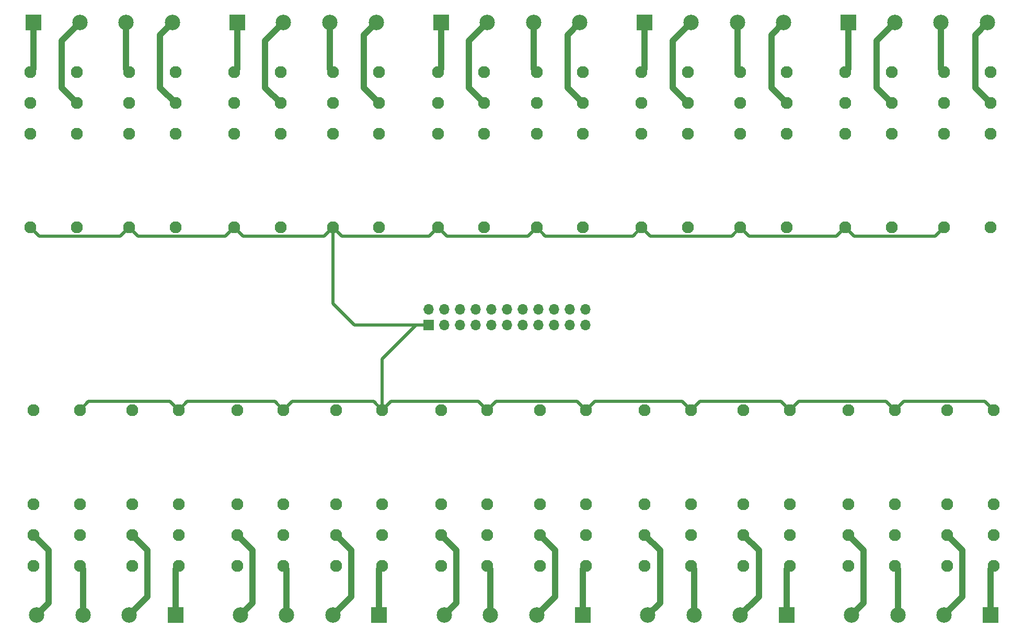
<source format=gbr>
%TF.GenerationSoftware,KiCad,Pcbnew,(5.1.6)-1*%
%TF.CreationDate,2020-09-13T22:12:45+02:00*%
%TF.ProjectId,boneIO - relay board,626f6e65-494f-4202-9d20-72656c617920,rev?*%
%TF.SameCoordinates,Original*%
%TF.FileFunction,Copper,L2,Bot*%
%TF.FilePolarity,Positive*%
%FSLAX46Y46*%
G04 Gerber Fmt 4.6, Leading zero omitted, Abs format (unit mm)*
G04 Created by KiCad (PCBNEW (5.1.6)-1) date 2020-09-13 22:12:46*
%MOMM*%
%LPD*%
G01*
G04 APERTURE LIST*
%TA.AperFunction,ComponentPad*%
%ADD10C,1.950000*%
%TD*%
%TA.AperFunction,ComponentPad*%
%ADD11R,1.700000X1.700000*%
%TD*%
%TA.AperFunction,ComponentPad*%
%ADD12O,1.700000X1.700000*%
%TD*%
%TA.AperFunction,ComponentPad*%
%ADD13R,2.500000X2.500000*%
%TD*%
%TA.AperFunction,ComponentPad*%
%ADD14C,2.500000*%
%TD*%
%TA.AperFunction,Conductor*%
%ADD15C,0.500000*%
%TD*%
%TA.AperFunction,Conductor*%
%ADD16C,1.000000*%
%TD*%
G04 APERTURE END LIST*
D10*
%TO.P,K1,A2*%
%TO.N,+5V*%
X302640000Y-329508000D03*
%TO.P,K1,A1*%
%TO.N,Net-(D1-Pad2)*%
X295140000Y-329508000D03*
%TO.P,K1,24*%
%TO.N,Net-(J1-Pad3)*%
X302640000Y-354708000D03*
%TO.P,K1,22*%
%TO.N,Net-(K1-Pad22)*%
X302640000Y-344708000D03*
%TO.P,K1,21*%
%TO.N,Net-(K1-Pad21)*%
X302640000Y-349708000D03*
%TO.P,K1,14*%
%TO.N,Net-(K1-Pad14)*%
X295140000Y-354708000D03*
%TO.P,K1,12*%
%TO.N,Net-(K1-Pad12)*%
X295140000Y-344708000D03*
%TO.P,K1,11*%
%TO.N,Net-(J1-Pad4)*%
X295140000Y-349708000D03*
%TD*%
%TO.P,K5,A2*%
%TO.N,+5V*%
X368640000Y-329508000D03*
%TO.P,K5,A1*%
%TO.N,Net-(D5-Pad2)*%
X361140000Y-329508000D03*
%TO.P,K5,24*%
%TO.N,Net-(J3-Pad3)*%
X368640000Y-354708000D03*
%TO.P,K5,22*%
%TO.N,Net-(K5-Pad22)*%
X368640000Y-344708000D03*
%TO.P,K5,21*%
%TO.N,Net-(K5-Pad21)*%
X368640000Y-349708000D03*
%TO.P,K5,14*%
%TO.N,Net-(K5-Pad14)*%
X361140000Y-354708000D03*
%TO.P,K5,12*%
%TO.N,Net-(K5-Pad12)*%
X361140000Y-344708000D03*
%TO.P,K5,11*%
%TO.N,Net-(J3-Pad4)*%
X361140000Y-349708000D03*
%TD*%
%TO.P,K2,11*%
%TO.N,Net-(J1-Pad2)*%
X311140000Y-349708000D03*
%TO.P,K2,12*%
%TO.N,Net-(K2-Pad12)*%
X311140000Y-344708000D03*
%TO.P,K2,14*%
%TO.N,Net-(K2-Pad14)*%
X311140000Y-354708000D03*
%TO.P,K2,21*%
%TO.N,Net-(K2-Pad21)*%
X318640000Y-349708000D03*
%TO.P,K2,22*%
%TO.N,Net-(K2-Pad22)*%
X318640000Y-344708000D03*
%TO.P,K2,24*%
%TO.N,Net-(J1-Pad1)*%
X318640000Y-354708000D03*
%TO.P,K2,A1*%
%TO.N,Net-(D2-Pad2)*%
X311140000Y-329508000D03*
%TO.P,K2,A2*%
%TO.N,+5V*%
X318640000Y-329508000D03*
%TD*%
%TO.P,K3,A2*%
%TO.N,+5V*%
X335640000Y-329508000D03*
%TO.P,K3,A1*%
%TO.N,Net-(D3-Pad2)*%
X328140000Y-329508000D03*
%TO.P,K3,24*%
%TO.N,Net-(J2-Pad3)*%
X335640000Y-354708000D03*
%TO.P,K3,22*%
%TO.N,Net-(K3-Pad22)*%
X335640000Y-344708000D03*
%TO.P,K3,21*%
%TO.N,Net-(K3-Pad21)*%
X335640000Y-349708000D03*
%TO.P,K3,14*%
%TO.N,Net-(K3-Pad14)*%
X328140000Y-354708000D03*
%TO.P,K3,12*%
%TO.N,Net-(K3-Pad12)*%
X328140000Y-344708000D03*
%TO.P,K3,11*%
%TO.N,Net-(J2-Pad4)*%
X328140000Y-349708000D03*
%TD*%
%TO.P,K4,A2*%
%TO.N,+5V*%
X351640000Y-329508000D03*
%TO.P,K4,A1*%
%TO.N,Net-(D4-Pad2)*%
X344140000Y-329508000D03*
%TO.P,K4,24*%
%TO.N,Net-(J2-Pad1)*%
X351640000Y-354708000D03*
%TO.P,K4,22*%
%TO.N,Net-(K4-Pad22)*%
X351640000Y-344708000D03*
%TO.P,K4,21*%
%TO.N,Net-(K4-Pad21)*%
X351640000Y-349708000D03*
%TO.P,K4,14*%
%TO.N,Net-(K4-Pad14)*%
X344140000Y-354708000D03*
%TO.P,K4,12*%
%TO.N,Net-(K4-Pad12)*%
X344140000Y-344708000D03*
%TO.P,K4,11*%
%TO.N,Net-(J2-Pad2)*%
X344140000Y-349708000D03*
%TD*%
%TO.P,K6,A2*%
%TO.N,+5V*%
X384640000Y-329508000D03*
%TO.P,K6,A1*%
%TO.N,Net-(D6-Pad2)*%
X377140000Y-329508000D03*
%TO.P,K6,24*%
%TO.N,Net-(J3-Pad1)*%
X384640000Y-354708000D03*
%TO.P,K6,22*%
%TO.N,Net-(K6-Pad22)*%
X384640000Y-344708000D03*
%TO.P,K6,21*%
%TO.N,Net-(K6-Pad21)*%
X384640000Y-349708000D03*
%TO.P,K6,14*%
%TO.N,Net-(K6-Pad14)*%
X377140000Y-354708000D03*
%TO.P,K6,12*%
%TO.N,Net-(K6-Pad12)*%
X377140000Y-344708000D03*
%TO.P,K6,11*%
%TO.N,Net-(J3-Pad2)*%
X377140000Y-349708000D03*
%TD*%
%TO.P,K7,11*%
%TO.N,Net-(J4-Pad4)*%
X394140000Y-349708000D03*
%TO.P,K7,12*%
%TO.N,Net-(K7-Pad12)*%
X394140000Y-344708000D03*
%TO.P,K7,14*%
%TO.N,Net-(K7-Pad14)*%
X394140000Y-354708000D03*
%TO.P,K7,21*%
%TO.N,Net-(K7-Pad21)*%
X401640000Y-349708000D03*
%TO.P,K7,22*%
%TO.N,Net-(K7-Pad22)*%
X401640000Y-344708000D03*
%TO.P,K7,24*%
%TO.N,Net-(J4-Pad3)*%
X401640000Y-354708000D03*
%TO.P,K7,A1*%
%TO.N,Net-(D7-Pad2)*%
X394140000Y-329508000D03*
%TO.P,K7,A2*%
%TO.N,+5V*%
X401640000Y-329508000D03*
%TD*%
%TO.P,K8,11*%
%TO.N,Net-(J4-Pad2)*%
X410140000Y-349708000D03*
%TO.P,K8,12*%
%TO.N,Net-(K8-Pad12)*%
X410140000Y-344708000D03*
%TO.P,K8,14*%
%TO.N,Net-(K8-Pad14)*%
X410140000Y-354708000D03*
%TO.P,K8,21*%
%TO.N,Net-(K8-Pad21)*%
X417640000Y-349708000D03*
%TO.P,K8,22*%
%TO.N,Net-(K8-Pad22)*%
X417640000Y-344708000D03*
%TO.P,K8,24*%
%TO.N,Net-(J4-Pad1)*%
X417640000Y-354708000D03*
%TO.P,K8,A1*%
%TO.N,Net-(D8-Pad2)*%
X410140000Y-329508000D03*
%TO.P,K8,A2*%
%TO.N,+5V*%
X417640000Y-329508000D03*
%TD*%
%TO.P,K10,11*%
%TO.N,Net-(J5-Pad2)*%
X443140000Y-349708000D03*
%TO.P,K10,12*%
%TO.N,Net-(K10-Pad12)*%
X443140000Y-344708000D03*
%TO.P,K10,14*%
%TO.N,Net-(K10-Pad14)*%
X443140000Y-354708000D03*
%TO.P,K10,21*%
%TO.N,Net-(K10-Pad21)*%
X450640000Y-349708000D03*
%TO.P,K10,22*%
%TO.N,Net-(K10-Pad22)*%
X450640000Y-344708000D03*
%TO.P,K10,24*%
%TO.N,Net-(J5-Pad1)*%
X450640000Y-354708000D03*
%TO.P,K10,A1*%
%TO.N,Net-(D10-Pad2)*%
X443140000Y-329508000D03*
%TO.P,K10,A2*%
%TO.N,+5V*%
X450640000Y-329508000D03*
%TD*%
%TO.P,K9,11*%
%TO.N,Net-(J5-Pad4)*%
X427140000Y-349708000D03*
%TO.P,K9,12*%
%TO.N,Net-(K9-Pad12)*%
X427140000Y-344708000D03*
%TO.P,K9,14*%
%TO.N,Net-(K9-Pad14)*%
X427140000Y-354708000D03*
%TO.P,K9,21*%
%TO.N,Net-(K9-Pad21)*%
X434640000Y-349708000D03*
%TO.P,K9,22*%
%TO.N,Net-(K9-Pad22)*%
X434640000Y-344708000D03*
%TO.P,K9,24*%
%TO.N,Net-(J5-Pad3)*%
X434640000Y-354708000D03*
%TO.P,K9,A1*%
%TO.N,Net-(D9-Pad2)*%
X427140000Y-329508000D03*
%TO.P,K9,A2*%
%TO.N,+5V*%
X434640000Y-329508000D03*
%TD*%
%TO.P,K19,A2*%
%TO.N,+5V*%
X426640000Y-299908000D03*
%TO.P,K19,A1*%
%TO.N,Net-(D19-Pad2)*%
X434140000Y-299908000D03*
%TO.P,K19,24*%
%TO.N,Net-(J11-Pad1)*%
X426640000Y-274708000D03*
%TO.P,K19,22*%
%TO.N,Net-(K19-Pad22)*%
X426640000Y-284708000D03*
%TO.P,K19,21*%
%TO.N,Net-(K19-Pad21)*%
X426640000Y-279708000D03*
%TO.P,K19,14*%
%TO.N,Net-(K19-Pad14)*%
X434140000Y-274708000D03*
%TO.P,K19,12*%
%TO.N,Net-(K19-Pad12)*%
X434140000Y-284708000D03*
%TO.P,K19,11*%
%TO.N,Net-(J11-Pad2)*%
X434140000Y-279708000D03*
%TD*%
%TO.P,K13,A2*%
%TO.N,+5V*%
X327640000Y-299908000D03*
%TO.P,K13,A1*%
%TO.N,Net-(D13-Pad2)*%
X335140000Y-299908000D03*
%TO.P,K13,24*%
%TO.N,Net-(J8-Pad1)*%
X327640000Y-274708000D03*
%TO.P,K13,22*%
%TO.N,Net-(K13-Pad22)*%
X327640000Y-284708000D03*
%TO.P,K13,21*%
%TO.N,Net-(K13-Pad21)*%
X327640000Y-279708000D03*
%TO.P,K13,14*%
%TO.N,Net-(K13-Pad14)*%
X335140000Y-274708000D03*
%TO.P,K13,12*%
%TO.N,Net-(K13-Pad12)*%
X335140000Y-284708000D03*
%TO.P,K13,11*%
%TO.N,Net-(J8-Pad2)*%
X335140000Y-279708000D03*
%TD*%
D11*
%TO.P,J6,1*%
%TO.N,+5V*%
X359140000Y-315708000D03*
D12*
%TO.P,J6,2*%
%TO.N,GND*%
X359140000Y-313168000D03*
%TO.P,J6,3*%
%TO.N,Net-(J6-Pad3)*%
X361680000Y-315708000D03*
%TO.P,J6,4*%
%TO.N,Net-(J6-Pad4)*%
X361680000Y-313168000D03*
%TO.P,J6,5*%
%TO.N,Net-(J6-Pad5)*%
X364220000Y-315708000D03*
%TO.P,J6,6*%
%TO.N,Net-(J6-Pad6)*%
X364220000Y-313168000D03*
%TO.P,J6,7*%
%TO.N,Net-(J6-Pad7)*%
X366760000Y-315708000D03*
%TO.P,J6,8*%
%TO.N,Net-(J6-Pad8)*%
X366760000Y-313168000D03*
%TO.P,J6,9*%
%TO.N,Net-(J6-Pad9)*%
X369300000Y-315708000D03*
%TO.P,J6,10*%
%TO.N,Net-(J6-Pad10)*%
X369300000Y-313168000D03*
%TO.P,J6,11*%
%TO.N,Net-(J6-Pad11)*%
X371840000Y-315708000D03*
%TO.P,J6,12*%
%TO.N,Net-(J6-Pad12)*%
X371840000Y-313168000D03*
%TO.P,J6,13*%
%TO.N,Net-(J6-Pad13)*%
X374380000Y-315708000D03*
%TO.P,J6,14*%
%TO.N,Net-(J6-Pad14)*%
X374380000Y-313168000D03*
%TO.P,J6,15*%
%TO.N,Net-(J6-Pad15)*%
X376920000Y-315708000D03*
%TO.P,J6,16*%
%TO.N,Net-(J6-Pad16)*%
X376920000Y-313168000D03*
%TO.P,J6,17*%
%TO.N,Net-(J6-Pad17)*%
X379460000Y-315708000D03*
%TO.P,J6,18*%
%TO.N,Net-(J6-Pad18)*%
X379460000Y-313168000D03*
%TO.P,J6,19*%
%TO.N,Net-(J6-Pad19)*%
X382000000Y-315708000D03*
%TO.P,J6,20*%
%TO.N,Net-(J6-Pad20)*%
X382000000Y-313168000D03*
%TO.P,J6,21*%
%TO.N,Net-(J6-Pad21)*%
X384540000Y-315708000D03*
%TO.P,J6,22*%
%TO.N,Net-(J6-Pad22)*%
X384540000Y-313168000D03*
%TD*%
D10*
%TO.P,K11,11*%
%TO.N,Net-(J7-Pad2)*%
X302140000Y-279708000D03*
%TO.P,K11,12*%
%TO.N,Net-(K11-Pad12)*%
X302140000Y-284708000D03*
%TO.P,K11,14*%
%TO.N,Net-(K11-Pad14)*%
X302140000Y-274708000D03*
%TO.P,K11,21*%
%TO.N,Net-(K11-Pad21)*%
X294640000Y-279708000D03*
%TO.P,K11,22*%
%TO.N,Net-(K11-Pad22)*%
X294640000Y-284708000D03*
%TO.P,K11,24*%
%TO.N,Net-(J7-Pad1)*%
X294640000Y-274708000D03*
%TO.P,K11,A1*%
%TO.N,Net-(D11-Pad2)*%
X302140000Y-299908000D03*
%TO.P,K11,A2*%
%TO.N,+5V*%
X294640000Y-299908000D03*
%TD*%
%TO.P,K12,11*%
%TO.N,Net-(J7-Pad4)*%
X318140000Y-279708000D03*
%TO.P,K12,12*%
%TO.N,Net-(K12-Pad12)*%
X318140000Y-284708000D03*
%TO.P,K12,14*%
%TO.N,Net-(K12-Pad14)*%
X318140000Y-274708000D03*
%TO.P,K12,21*%
%TO.N,Net-(K12-Pad21)*%
X310640000Y-279708000D03*
%TO.P,K12,22*%
%TO.N,Net-(K12-Pad22)*%
X310640000Y-284708000D03*
%TO.P,K12,24*%
%TO.N,Net-(J7-Pad3)*%
X310640000Y-274708000D03*
%TO.P,K12,A1*%
%TO.N,Net-(D12-Pad2)*%
X318140000Y-299908000D03*
%TO.P,K12,A2*%
%TO.N,+5V*%
X310640000Y-299908000D03*
%TD*%
%TO.P,K14,A2*%
%TO.N,+5V*%
X343640000Y-299908000D03*
%TO.P,K14,A1*%
%TO.N,Net-(D14-Pad2)*%
X351140000Y-299908000D03*
%TO.P,K14,24*%
%TO.N,Net-(J8-Pad3)*%
X343640000Y-274708000D03*
%TO.P,K14,22*%
%TO.N,Net-(K14-Pad22)*%
X343640000Y-284708000D03*
%TO.P,K14,21*%
%TO.N,Net-(K14-Pad21)*%
X343640000Y-279708000D03*
%TO.P,K14,14*%
%TO.N,Net-(K14-Pad14)*%
X351140000Y-274708000D03*
%TO.P,K14,12*%
%TO.N,Net-(K14-Pad12)*%
X351140000Y-284708000D03*
%TO.P,K14,11*%
%TO.N,Net-(J8-Pad4)*%
X351140000Y-279708000D03*
%TD*%
%TO.P,K15,11*%
%TO.N,Net-(J9-Pad2)*%
X368140000Y-279708000D03*
%TO.P,K15,12*%
%TO.N,Net-(K15-Pad12)*%
X368140000Y-284708000D03*
%TO.P,K15,14*%
%TO.N,Net-(K15-Pad14)*%
X368140000Y-274708000D03*
%TO.P,K15,21*%
%TO.N,Net-(K15-Pad21)*%
X360640000Y-279708000D03*
%TO.P,K15,22*%
%TO.N,Net-(K15-Pad22)*%
X360640000Y-284708000D03*
%TO.P,K15,24*%
%TO.N,Net-(J9-Pad1)*%
X360640000Y-274708000D03*
%TO.P,K15,A1*%
%TO.N,Net-(D15-Pad2)*%
X368140000Y-299908000D03*
%TO.P,K15,A2*%
%TO.N,+5V*%
X360640000Y-299908000D03*
%TD*%
%TO.P,K16,11*%
%TO.N,Net-(J9-Pad4)*%
X384140000Y-279708000D03*
%TO.P,K16,12*%
%TO.N,Net-(K16-Pad12)*%
X384140000Y-284708000D03*
%TO.P,K16,14*%
%TO.N,Net-(K16-Pad14)*%
X384140000Y-274708000D03*
%TO.P,K16,21*%
%TO.N,Net-(K16-Pad21)*%
X376640000Y-279708000D03*
%TO.P,K16,22*%
%TO.N,Net-(K16-Pad22)*%
X376640000Y-284708000D03*
%TO.P,K16,24*%
%TO.N,Net-(J9-Pad3)*%
X376640000Y-274708000D03*
%TO.P,K16,A1*%
%TO.N,Net-(D16-Pad2)*%
X384140000Y-299908000D03*
%TO.P,K16,A2*%
%TO.N,+5V*%
X376640000Y-299908000D03*
%TD*%
%TO.P,K17,11*%
%TO.N,Net-(J10-Pad2)*%
X401140000Y-279708000D03*
%TO.P,K17,12*%
%TO.N,Net-(K17-Pad12)*%
X401140000Y-284708000D03*
%TO.P,K17,14*%
%TO.N,Net-(K17-Pad14)*%
X401140000Y-274708000D03*
%TO.P,K17,21*%
%TO.N,Net-(K17-Pad21)*%
X393640000Y-279708000D03*
%TO.P,K17,22*%
%TO.N,Net-(K17-Pad22)*%
X393640000Y-284708000D03*
%TO.P,K17,24*%
%TO.N,Net-(J10-Pad1)*%
X393640000Y-274708000D03*
%TO.P,K17,A1*%
%TO.N,Net-(D17-Pad2)*%
X401140000Y-299908000D03*
%TO.P,K17,A2*%
%TO.N,+5V*%
X393640000Y-299908000D03*
%TD*%
%TO.P,K18,A2*%
%TO.N,+5V*%
X409640000Y-299908000D03*
%TO.P,K18,A1*%
%TO.N,Net-(D18-Pad2)*%
X417140000Y-299908000D03*
%TO.P,K18,24*%
%TO.N,Net-(J10-Pad3)*%
X409640000Y-274708000D03*
%TO.P,K18,22*%
%TO.N,Net-(K18-Pad22)*%
X409640000Y-284708000D03*
%TO.P,K18,21*%
%TO.N,Net-(K18-Pad21)*%
X409640000Y-279708000D03*
%TO.P,K18,14*%
%TO.N,Net-(K18-Pad14)*%
X417140000Y-274708000D03*
%TO.P,K18,12*%
%TO.N,Net-(K18-Pad12)*%
X417140000Y-284708000D03*
%TO.P,K18,11*%
%TO.N,Net-(J10-Pad4)*%
X417140000Y-279708000D03*
%TD*%
%TO.P,K20,A2*%
%TO.N,+5V*%
X442640000Y-299908000D03*
%TO.P,K20,A1*%
%TO.N,Net-(D20-Pad2)*%
X450140000Y-299908000D03*
%TO.P,K20,24*%
%TO.N,Net-(J11-Pad3)*%
X442640000Y-274708000D03*
%TO.P,K20,22*%
%TO.N,Net-(K20-Pad22)*%
X442640000Y-284708000D03*
%TO.P,K20,21*%
%TO.N,Net-(K20-Pad21)*%
X442640000Y-279708000D03*
%TO.P,K20,14*%
%TO.N,Net-(K20-Pad14)*%
X450140000Y-274708000D03*
%TO.P,K20,12*%
%TO.N,Net-(K20-Pad12)*%
X450140000Y-284708000D03*
%TO.P,K20,11*%
%TO.N,Net-(J11-Pad4)*%
X450140000Y-279708000D03*
%TD*%
D13*
%TO.P,J1,1*%
%TO.N,Net-(J1-Pad1)*%
X318140000Y-362708000D03*
D14*
%TO.P,J1,2*%
%TO.N,Net-(J1-Pad2)*%
X310640000Y-362708000D03*
%TO.P,J1,3*%
%TO.N,Net-(J1-Pad3)*%
X303140000Y-362708000D03*
%TO.P,J1,4*%
%TO.N,Net-(J1-Pad4)*%
X295640000Y-362708000D03*
%TD*%
%TO.P,J2,4*%
%TO.N,Net-(J2-Pad4)*%
X328640000Y-362708000D03*
%TO.P,J2,3*%
%TO.N,Net-(J2-Pad3)*%
X336140000Y-362708000D03*
%TO.P,J2,2*%
%TO.N,Net-(J2-Pad2)*%
X343640000Y-362708000D03*
D13*
%TO.P,J2,1*%
%TO.N,Net-(J2-Pad1)*%
X351140000Y-362708000D03*
%TD*%
%TO.P,J3,1*%
%TO.N,Net-(J3-Pad1)*%
X384140000Y-362708000D03*
D14*
%TO.P,J3,2*%
%TO.N,Net-(J3-Pad2)*%
X376640000Y-362708000D03*
%TO.P,J3,3*%
%TO.N,Net-(J3-Pad3)*%
X369140000Y-362708000D03*
%TO.P,J3,4*%
%TO.N,Net-(J3-Pad4)*%
X361640000Y-362708000D03*
%TD*%
%TO.P,J4,4*%
%TO.N,Net-(J4-Pad4)*%
X394640000Y-362708000D03*
%TO.P,J4,3*%
%TO.N,Net-(J4-Pad3)*%
X402140000Y-362708000D03*
%TO.P,J4,2*%
%TO.N,Net-(J4-Pad2)*%
X409640000Y-362708000D03*
D13*
%TO.P,J4,1*%
%TO.N,Net-(J4-Pad1)*%
X417140000Y-362708000D03*
%TD*%
%TO.P,J5,1*%
%TO.N,Net-(J5-Pad1)*%
X450140000Y-362708000D03*
D14*
%TO.P,J5,2*%
%TO.N,Net-(J5-Pad2)*%
X442640000Y-362708000D03*
%TO.P,J5,3*%
%TO.N,Net-(J5-Pad3)*%
X435140000Y-362708000D03*
%TO.P,J5,4*%
%TO.N,Net-(J5-Pad4)*%
X427640000Y-362708000D03*
%TD*%
D13*
%TO.P,J10,1*%
%TO.N,Net-(J10-Pad1)*%
X394140000Y-266708000D03*
D14*
%TO.P,J10,2*%
%TO.N,Net-(J10-Pad2)*%
X401640000Y-266708000D03*
%TO.P,J10,3*%
%TO.N,Net-(J10-Pad3)*%
X409140000Y-266708000D03*
%TO.P,J10,4*%
%TO.N,Net-(J10-Pad4)*%
X416640000Y-266708000D03*
%TD*%
%TO.P,J11,4*%
%TO.N,Net-(J11-Pad4)*%
X449640000Y-266708000D03*
%TO.P,J11,3*%
%TO.N,Net-(J11-Pad3)*%
X442140000Y-266708000D03*
%TO.P,J11,2*%
%TO.N,Net-(J11-Pad2)*%
X434640000Y-266708000D03*
D13*
%TO.P,J11,1*%
%TO.N,Net-(J11-Pad1)*%
X427140000Y-266708000D03*
%TD*%
%TO.P,J9,1*%
%TO.N,Net-(J9-Pad1)*%
X361140000Y-266708000D03*
D14*
%TO.P,J9,2*%
%TO.N,Net-(J9-Pad2)*%
X368640000Y-266708000D03*
%TO.P,J9,3*%
%TO.N,Net-(J9-Pad3)*%
X376140000Y-266708000D03*
%TO.P,J9,4*%
%TO.N,Net-(J9-Pad4)*%
X383640000Y-266708000D03*
%TD*%
%TO.P,J8,4*%
%TO.N,Net-(J8-Pad4)*%
X350640000Y-266708000D03*
%TO.P,J8,3*%
%TO.N,Net-(J8-Pad3)*%
X343140000Y-266708000D03*
%TO.P,J8,2*%
%TO.N,Net-(J8-Pad2)*%
X335640000Y-266708000D03*
D13*
%TO.P,J8,1*%
%TO.N,Net-(J8-Pad1)*%
X328140000Y-266708000D03*
%TD*%
D14*
%TO.P,J7,4*%
%TO.N,Net-(J7-Pad4)*%
X317640000Y-266708000D03*
%TO.P,J7,3*%
%TO.N,Net-(J7-Pad3)*%
X310140000Y-266708000D03*
%TO.P,J7,2*%
%TO.N,Net-(J7-Pad2)*%
X302640000Y-266708000D03*
D13*
%TO.P,J7,1*%
%TO.N,Net-(J7-Pad1)*%
X295140000Y-266708000D03*
%TD*%
D15*
%TO.N,+5V*%
X309214999Y-301333001D02*
X310640000Y-299908000D01*
X296065001Y-301333001D02*
X309214999Y-301333001D01*
X294640000Y-299908000D02*
X296065001Y-301333001D01*
X326214999Y-301333001D02*
X327640000Y-299908000D01*
X312065001Y-301333001D02*
X326214999Y-301333001D01*
X310640000Y-299908000D02*
X312065001Y-301333001D01*
X342214999Y-301333001D02*
X343640000Y-299908000D01*
X329065001Y-301333001D02*
X342214999Y-301333001D01*
X327640000Y-299908000D02*
X329065001Y-301333001D01*
X359214999Y-301333001D02*
X360640000Y-299908000D01*
X345065001Y-301333001D02*
X359214999Y-301333001D01*
X343640000Y-299908000D02*
X345065001Y-301333001D01*
X375214999Y-301333001D02*
X376640000Y-299908000D01*
X362065001Y-301333001D02*
X375214999Y-301333001D01*
X360640000Y-299908000D02*
X362065001Y-301333001D01*
X392214999Y-301333001D02*
X393640000Y-299908000D01*
X378065001Y-301333001D02*
X392214999Y-301333001D01*
X376640000Y-299908000D02*
X378065001Y-301333001D01*
X408214999Y-301333001D02*
X409640000Y-299908000D01*
X395065001Y-301333001D02*
X408214999Y-301333001D01*
X393640000Y-299908000D02*
X395065001Y-301333001D01*
X425214999Y-301333001D02*
X426640000Y-299908000D01*
X411065001Y-301333001D02*
X425214999Y-301333001D01*
X409640000Y-299908000D02*
X411065001Y-301333001D01*
X441214999Y-301333001D02*
X442640000Y-299908000D01*
X428065001Y-301333001D02*
X441214999Y-301333001D01*
X426640000Y-299908000D02*
X428065001Y-301333001D01*
X359140000Y-315708000D02*
X347140000Y-315708000D01*
X343640000Y-312208000D02*
X343640000Y-299908000D01*
X347140000Y-315708000D02*
X343640000Y-312208000D01*
X359140000Y-315708000D02*
X357140000Y-315708000D01*
X351640000Y-321208000D02*
X351640000Y-329508000D01*
X357140000Y-315708000D02*
X351640000Y-321208000D01*
X337065001Y-328082999D02*
X335640000Y-329508000D01*
X350214999Y-328082999D02*
X337065001Y-328082999D01*
X351640000Y-329508000D02*
X350214999Y-328082999D01*
X320065001Y-328082999D02*
X318640000Y-329508000D01*
X334214999Y-328082999D02*
X320065001Y-328082999D01*
X335640000Y-329508000D02*
X334214999Y-328082999D01*
X304065001Y-328082999D02*
X302640000Y-329508000D01*
X317214999Y-328082999D02*
X304065001Y-328082999D01*
X318640000Y-329508000D02*
X317214999Y-328082999D01*
X353065001Y-328082999D02*
X367214999Y-328082999D01*
X367214999Y-328082999D02*
X368640000Y-329508000D01*
X351640000Y-329508000D02*
X353065001Y-328082999D01*
X383214999Y-328082999D02*
X384640000Y-329508000D01*
X370065001Y-328082999D02*
X383214999Y-328082999D01*
X368640000Y-329508000D02*
X370065001Y-328082999D01*
X400214999Y-328082999D02*
X401640000Y-329508000D01*
X386065001Y-328082999D02*
X400214999Y-328082999D01*
X384640000Y-329508000D02*
X386065001Y-328082999D01*
X416214999Y-328082999D02*
X417640000Y-329508000D01*
X403065001Y-328082999D02*
X416214999Y-328082999D01*
X401640000Y-329508000D02*
X403065001Y-328082999D01*
X419065001Y-328082999D02*
X433214999Y-328082999D01*
X433214999Y-328082999D02*
X434640000Y-329508000D01*
X417640000Y-329508000D02*
X419065001Y-328082999D01*
X449214999Y-328082999D02*
X450640000Y-329508000D01*
X436065001Y-328082999D02*
X449214999Y-328082999D01*
X434640000Y-329508000D02*
X436065001Y-328082999D01*
D16*
%TO.N,Net-(J1-Pad1)*%
X318140000Y-355208000D02*
X318640000Y-354708000D01*
X318140000Y-362708000D02*
X318140000Y-355208000D01*
%TO.N,Net-(J1-Pad2)*%
X313615001Y-352183001D02*
X311140000Y-349708000D01*
X313615001Y-359732999D02*
X313615001Y-352183001D01*
X310640000Y-362708000D02*
X313615001Y-359732999D01*
%TO.N,Net-(J2-Pad1)*%
X351140000Y-355208000D02*
X351640000Y-354708000D01*
X351140000Y-362708000D02*
X351140000Y-355208000D01*
%TO.N,Net-(J2-Pad2)*%
X346615001Y-352183001D02*
X344140000Y-349708000D01*
X346615001Y-359732999D02*
X346615001Y-352183001D01*
X343640000Y-362708000D02*
X346615001Y-359732999D01*
%TO.N,Net-(J3-Pad1)*%
X384140000Y-355208000D02*
X384640000Y-354708000D01*
X384140000Y-362708000D02*
X384140000Y-355208000D01*
%TO.N,Net-(J3-Pad2)*%
X379615001Y-352183001D02*
X377140000Y-349708000D01*
X379615001Y-359732999D02*
X379615001Y-352183001D01*
X376640000Y-362708000D02*
X379615001Y-359732999D01*
%TO.N,Net-(J4-Pad2)*%
X412615001Y-352183001D02*
X410140000Y-349708000D01*
X412615001Y-359732999D02*
X412615001Y-352183001D01*
X409640000Y-362708000D02*
X412615001Y-359732999D01*
%TO.N,Net-(J4-Pad1)*%
X417140000Y-355208000D02*
X417640000Y-354708000D01*
X417140000Y-362708000D02*
X417140000Y-355208000D01*
%TO.N,Net-(J5-Pad2)*%
X445615001Y-352183001D02*
X443140000Y-349708000D01*
X445615001Y-359732999D02*
X445615001Y-352183001D01*
X442640000Y-362708000D02*
X445615001Y-359732999D01*
%TO.N,Net-(J5-Pad1)*%
X450140000Y-355208000D02*
X450640000Y-354708000D01*
X450140000Y-362708000D02*
X450140000Y-355208000D01*
%TO.N,Net-(J7-Pad1)*%
X295140000Y-274208000D02*
X294640000Y-274708000D01*
X295140000Y-266708000D02*
X295140000Y-274208000D01*
%TO.N,Net-(J7-Pad2)*%
X299664999Y-277232999D02*
X302140000Y-279708000D01*
X299664999Y-269683001D02*
X299664999Y-277232999D01*
X302640000Y-266708000D02*
X299664999Y-269683001D01*
%TO.N,Net-(J8-Pad2)*%
X332664999Y-277232999D02*
X335140000Y-279708000D01*
X332664999Y-269683001D02*
X332664999Y-277232999D01*
X335640000Y-266708000D02*
X332664999Y-269683001D01*
%TO.N,Net-(J8-Pad1)*%
X328140000Y-274208000D02*
X327640000Y-274708000D01*
X328140000Y-266708000D02*
X328140000Y-274208000D01*
%TO.N,Net-(J9-Pad2)*%
X365664999Y-269683001D02*
X365664999Y-277232999D01*
X365664999Y-277232999D02*
X368140000Y-279708000D01*
X368640000Y-266708000D02*
X365664999Y-269683001D01*
%TO.N,Net-(J9-Pad1)*%
X361140000Y-274208000D02*
X360640000Y-274708000D01*
X361140000Y-266708000D02*
X361140000Y-274208000D01*
%TO.N,Net-(J10-Pad2)*%
X398664999Y-277232999D02*
X401140000Y-279708000D01*
X398664999Y-269683001D02*
X398664999Y-277232999D01*
X401640000Y-266708000D02*
X398664999Y-269683001D01*
%TO.N,Net-(J10-Pad1)*%
X394140000Y-274208000D02*
X393640000Y-274708000D01*
X394140000Y-266708000D02*
X394140000Y-274208000D01*
%TO.N,Net-(J11-Pad2)*%
X431664999Y-277232999D02*
X434140000Y-279708000D01*
X431664999Y-269683001D02*
X431664999Y-277232999D01*
X434640000Y-266708000D02*
X431664999Y-269683001D01*
%TO.N,Net-(J11-Pad3)*%
X442140000Y-274208000D02*
X442640000Y-274708000D01*
X442140000Y-266708000D02*
X442140000Y-274208000D01*
%TO.N,Net-(J11-Pad4)*%
X447664999Y-268683001D02*
X447664999Y-277232999D01*
X447664999Y-277232999D02*
X450140000Y-279708000D01*
X449640000Y-266708000D02*
X447664999Y-268683001D01*
%TO.N,Net-(J5-Pad3)*%
X435140000Y-355208000D02*
X434640000Y-354708000D01*
X435140000Y-362708000D02*
X435140000Y-355208000D01*
%TO.N,Net-(J5-Pad4)*%
X429615001Y-352183001D02*
X427140000Y-349708000D01*
X429615001Y-360732999D02*
X429615001Y-352183001D01*
X427640000Y-362708000D02*
X429615001Y-360732999D01*
%TO.N,Net-(J11-Pad1)*%
X427140000Y-274208000D02*
X426640000Y-274708000D01*
X427140000Y-266708000D02*
X427140000Y-274208000D01*
%TO.N,Net-(J1-Pad3)*%
X303140000Y-355208000D02*
X302640000Y-354708000D01*
X303140000Y-362708000D02*
X303140000Y-355208000D01*
%TO.N,Net-(J1-Pad4)*%
X297615001Y-352183001D02*
X295140000Y-349708000D01*
X297615001Y-360732999D02*
X297615001Y-352183001D01*
X295640000Y-362708000D02*
X297615001Y-360732999D01*
%TO.N,Net-(J2-Pad4)*%
X330615001Y-352183001D02*
X328140000Y-349708000D01*
X330615001Y-360732999D02*
X330615001Y-352183001D01*
X328640000Y-362708000D02*
X330615001Y-360732999D01*
%TO.N,Net-(J2-Pad3)*%
X336140000Y-355208000D02*
X335640000Y-354708000D01*
X336140000Y-362708000D02*
X336140000Y-355208000D01*
%TO.N,Net-(J3-Pad3)*%
X369140000Y-355208000D02*
X368640000Y-354708000D01*
X369140000Y-362708000D02*
X369140000Y-355208000D01*
%TO.N,Net-(J3-Pad4)*%
X363615001Y-352183001D02*
X361140000Y-349708000D01*
X363615001Y-360732999D02*
X363615001Y-352183001D01*
X361640000Y-362708000D02*
X363615001Y-360732999D01*
%TO.N,Net-(J4-Pad4)*%
X396615001Y-352183001D02*
X394140000Y-349708000D01*
X396615001Y-360732999D02*
X396615001Y-352183001D01*
X394640000Y-362708000D02*
X396615001Y-360732999D01*
%TO.N,Net-(J4-Pad3)*%
X402140000Y-355208000D02*
X401640000Y-354708000D01*
X402140000Y-362708000D02*
X402140000Y-355208000D01*
%TO.N,Net-(J7-Pad4)*%
X315664999Y-277232999D02*
X318140000Y-279708000D01*
X315664999Y-268683001D02*
X315664999Y-277232999D01*
X317640000Y-266708000D02*
X315664999Y-268683001D01*
%TO.N,Net-(J7-Pad3)*%
X310140000Y-274208000D02*
X310640000Y-274708000D01*
X310140000Y-266708000D02*
X310140000Y-274208000D01*
%TO.N,Net-(J8-Pad3)*%
X343140000Y-274208000D02*
X343640000Y-274708000D01*
X343140000Y-266708000D02*
X343140000Y-274208000D01*
%TO.N,Net-(J8-Pad4)*%
X348664999Y-277232999D02*
X351140000Y-279708000D01*
X348664999Y-268683001D02*
X348664999Y-277232999D01*
X350640000Y-266708000D02*
X348664999Y-268683001D01*
%TO.N,Net-(J9-Pad4)*%
X381664999Y-277232999D02*
X384140000Y-279708000D01*
X381664999Y-268683001D02*
X381664999Y-277232999D01*
X383640000Y-266708000D02*
X381664999Y-268683001D01*
%TO.N,Net-(J9-Pad3)*%
X376140000Y-274208000D02*
X376640000Y-274708000D01*
X376140000Y-266708000D02*
X376140000Y-274208000D01*
%TO.N,Net-(J10-Pad3)*%
X409140000Y-274208000D02*
X409640000Y-274708000D01*
X409140000Y-266708000D02*
X409140000Y-274208000D01*
%TO.N,Net-(J10-Pad4)*%
X414664999Y-277232999D02*
X417140000Y-279708000D01*
X414664999Y-268683001D02*
X414664999Y-277232999D01*
X416640000Y-266708000D02*
X414664999Y-268683001D01*
%TD*%
M02*

</source>
